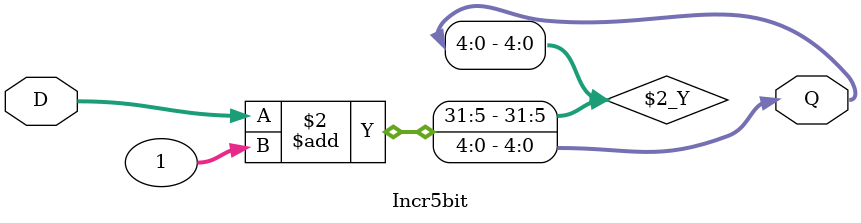
<source format=sv>
module Incr5bit(
    input logic  [4:0] D,
    output logic [4:0] Q
);
    always_comb begin
        Q = D + 1;
    end

endmodule 
</source>
